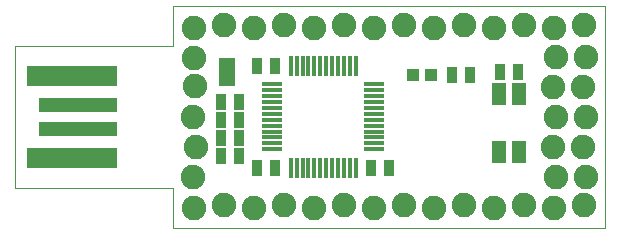
<source format=gts>
G04 (created by PCBNEW-RS274X (2012-03-22 BZR 3475)-stable) date Thu Sep  6 14:12:24 2012*
G01*
G70*
G90*
%MOIN*%
G04 Gerber Fmt 3.4, Leading zero omitted, Abs format*
%FSLAX34Y34*%
G04 APERTURE LIST*
%ADD10C,0.006000*%
%ADD11C,0.003900*%
%ADD12C,0.081800*%
%ADD13R,0.303000X0.066800*%
%ADD14R,0.263700X0.047100*%
%ADD15R,0.032800X0.052800*%
%ADD16R,0.039200X0.039200*%
%ADD17R,0.066800X0.017600*%
%ADD18R,0.017600X0.066800*%
%ADD19R,0.052800X0.032800*%
%ADD20R,0.052800X0.043200*%
%ADD21R,0.047200X0.074700*%
G04 APERTURE END LIST*
G54D10*
G54D11*
X15300Y-17630D02*
X15300Y-16300D01*
X15300Y-22374D02*
X15300Y-23700D01*
X29700Y-23700D02*
X15300Y-23700D01*
X29700Y-16300D02*
X29700Y-23700D01*
X15300Y-16300D02*
X29700Y-16300D01*
X10039Y-17630D02*
X15300Y-17630D01*
X10039Y-22374D02*
X15300Y-22374D01*
X10039Y-17630D02*
X10039Y-22374D01*
G54D12*
X28050Y-18000D03*
X27950Y-19000D03*
X28050Y-20000D03*
X27950Y-21000D03*
X28050Y-22000D03*
X29050Y-18000D03*
X28950Y-19000D03*
X29050Y-20000D03*
X28950Y-21000D03*
X29050Y-22000D03*
X16000Y-17050D03*
X17000Y-16950D03*
X18000Y-17050D03*
X19000Y-16950D03*
X20000Y-17050D03*
X21000Y-16950D03*
X22000Y-17050D03*
X23000Y-16950D03*
X24000Y-17050D03*
X25000Y-16950D03*
X26000Y-17050D03*
X27000Y-16950D03*
X28000Y-17050D03*
X29000Y-16950D03*
X16000Y-23050D03*
X17000Y-22950D03*
X18000Y-23050D03*
X19000Y-22950D03*
X20000Y-23050D03*
X21000Y-22950D03*
X22000Y-23050D03*
X23000Y-22950D03*
X24000Y-23050D03*
X25000Y-22950D03*
X26000Y-23050D03*
X27000Y-22950D03*
X28000Y-23050D03*
X29000Y-22950D03*
G54D13*
X11930Y-21377D03*
X11930Y-18623D03*
G54D14*
X12126Y-20393D03*
X12126Y-19607D03*
G54D15*
X16900Y-19500D03*
X17500Y-19500D03*
X16900Y-20100D03*
X17500Y-20100D03*
X18700Y-18300D03*
X18100Y-18300D03*
X17500Y-20700D03*
X16900Y-20700D03*
X21900Y-21700D03*
X22500Y-21700D03*
X18700Y-21700D03*
X18100Y-21700D03*
X26800Y-18500D03*
X26200Y-18500D03*
X24600Y-18600D03*
X25200Y-18600D03*
G54D16*
X23305Y-18600D03*
X23895Y-18600D03*
G54D17*
X18608Y-18918D03*
X18608Y-19115D03*
X18608Y-19312D03*
X18608Y-19508D03*
X18608Y-19705D03*
X18608Y-19902D03*
X18608Y-20098D03*
X18608Y-20295D03*
X18608Y-20492D03*
X18608Y-20688D03*
X18608Y-20885D03*
X18608Y-21082D03*
G54D18*
X19218Y-21692D03*
X19415Y-21692D03*
X19612Y-21692D03*
X19808Y-21692D03*
X20005Y-21692D03*
X20202Y-21692D03*
X20398Y-21692D03*
X20595Y-21692D03*
X20792Y-21692D03*
X20988Y-21692D03*
X21185Y-21692D03*
X21382Y-21692D03*
G54D17*
X21992Y-21082D03*
X21992Y-20885D03*
X21992Y-20688D03*
X21992Y-20492D03*
X21992Y-20295D03*
X21992Y-20098D03*
X21992Y-19902D03*
X21992Y-19705D03*
X21992Y-19508D03*
X21992Y-19312D03*
X21992Y-19115D03*
X21992Y-18918D03*
G54D18*
X21382Y-18308D03*
X21185Y-18308D03*
X20988Y-18308D03*
X20792Y-18308D03*
X20595Y-18308D03*
X20398Y-18308D03*
X20202Y-18308D03*
X20005Y-18308D03*
X19808Y-18308D03*
X19612Y-18308D03*
X19415Y-18308D03*
X19218Y-18308D03*
G54D12*
X15950Y-22000D03*
X16050Y-21000D03*
X15950Y-20000D03*
X16015Y-18960D03*
X15985Y-18040D03*
G54D19*
X17100Y-18800D03*
X17100Y-18200D03*
G54D20*
X17100Y-18500D03*
G54D15*
X17500Y-21300D03*
X16900Y-21300D03*
G54D21*
X26835Y-19235D03*
X26165Y-19235D03*
X26835Y-21165D03*
X26165Y-21165D03*
M02*

</source>
